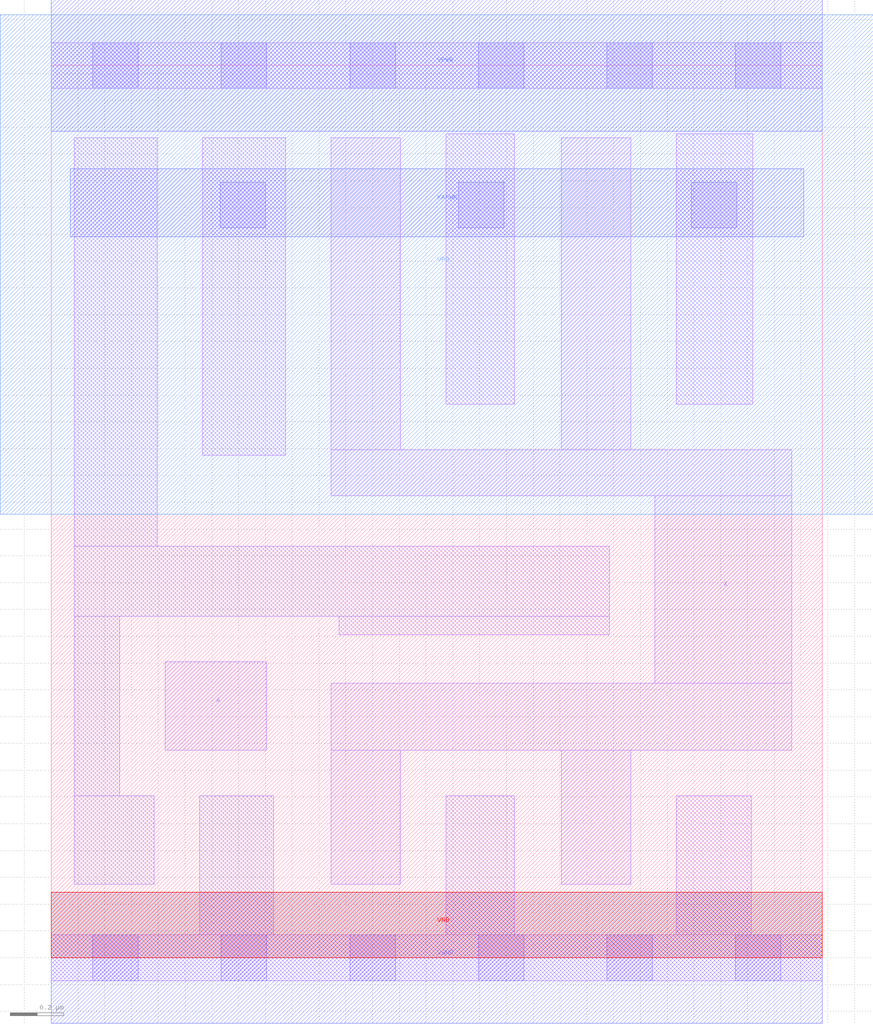
<source format=lef>
# Copyright 2020 The SkyWater PDK Authors
#
# Licensed under the Apache License, Version 2.0 (the "License");
# you may not use this file except in compliance with the License.
# You may obtain a copy of the License at
#
#     https://www.apache.org/licenses/LICENSE-2.0
#
# Unless required by applicable law or agreed to in writing, software
# distributed under the License is distributed on an "AS IS" BASIS,
# WITHOUT WARRANTIES OR CONDITIONS OF ANY KIND, either express or implied.
# See the License for the specific language governing permissions and
# limitations under the License.
#
# SPDX-License-Identifier: Apache-2.0

VERSION 5.7 ;
  NOWIREEXTENSIONATPIN ON ;
  DIVIDERCHAR "/" ;
  BUSBITCHARS "[]" ;
MACRO sky130_fd_sc_lp__bufkapwr_4
  CLASS CORE ;
  FOREIGN sky130_fd_sc_lp__bufkapwr_4 ;
  ORIGIN  0.000000  0.000000 ;
  SIZE  2.880000 BY  3.330000 ;
  SYMMETRY X Y ;
  SITE unit ;
  PIN A
    ANTENNAGATEAREA  0.252000 ;
    DIRECTION INPUT ;
    USE SIGNAL ;
    PORT
      LAYER li1 ;
        RECT 0.425000 0.775000 0.805000 1.105000 ;
    END
  END A
  PIN X
    ANTENNADIFFAREA  0.940800 ;
    DIRECTION OUTPUT ;
    USE SIGNAL ;
    PORT
      LAYER li1 ;
        RECT 1.045000 0.275000 1.305000 0.775000 ;
        RECT 1.045000 0.775000 2.765000 1.025000 ;
        RECT 1.045000 1.725000 2.765000 1.895000 ;
        RECT 1.045000 1.895000 1.305000 3.060000 ;
        RECT 1.905000 0.275000 2.165000 0.775000 ;
        RECT 1.905000 1.895000 2.165000 3.060000 ;
        RECT 2.255000 1.025000 2.765000 1.725000 ;
    END
  END X
  PIN KAPWR
    DIRECTION INOUT ;
    USE POWER ;
    PORT
      LAYER met1 ;
        RECT 0.070000 2.690000 2.810000 2.945000 ;
    END
  END KAPWR
  PIN VGND
    DIRECTION INOUT ;
    USE GROUND ;
    PORT
      LAYER met1 ;
        RECT 0.000000 -0.245000 2.880000 0.245000 ;
    END
  END VGND
  PIN VNB
    DIRECTION INOUT ;
    USE GROUND ;
    PORT
      LAYER pwell ;
        RECT 0.000000 0.000000 2.880000 0.245000 ;
    END
  END VNB
  PIN VPB
    DIRECTION INOUT ;
    USE POWER ;
    PORT
      LAYER nwell ;
        RECT -0.190000 1.655000 3.070000 3.520000 ;
    END
  END VPB
  PIN VPWR
    DIRECTION INOUT ;
    USE POWER ;
    PORT
      LAYER met1 ;
        RECT 0.000000 3.085000 2.880000 3.575000 ;
    END
  END VPWR
  OBS
    LAYER li1 ;
      RECT 0.000000 -0.085000 2.880000 0.085000 ;
      RECT 0.000000  3.245000 2.880000 3.415000 ;
      RECT 0.085000  0.275000 0.385000 0.605000 ;
      RECT 0.085000  0.605000 0.255000 1.275000 ;
      RECT 0.085000  1.275000 2.085000 1.535000 ;
      RECT 0.085000  1.535000 0.395000 3.060000 ;
      RECT 0.555000  0.085000 0.830000 0.605000 ;
      RECT 0.565000  1.875000 0.875000 3.060000 ;
      RECT 1.075000  1.205000 2.085000 1.275000 ;
      RECT 1.475000  0.085000 1.730000 0.605000 ;
      RECT 1.475000  2.065000 1.730000 3.075000 ;
      RECT 2.335000  0.085000 2.615000 0.605000 ;
      RECT 2.335000  2.065000 2.620000 3.075000 ;
    LAYER mcon ;
      RECT 0.155000 -0.085000 0.325000 0.085000 ;
      RECT 0.155000  3.245000 0.325000 3.415000 ;
      RECT 0.630000  2.725000 0.800000 2.895000 ;
      RECT 0.635000 -0.085000 0.805000 0.085000 ;
      RECT 0.635000  3.245000 0.805000 3.415000 ;
      RECT 1.115000 -0.085000 1.285000 0.085000 ;
      RECT 1.115000  3.245000 1.285000 3.415000 ;
      RECT 1.520000  2.725000 1.690000 2.895000 ;
      RECT 1.595000 -0.085000 1.765000 0.085000 ;
      RECT 1.595000  3.245000 1.765000 3.415000 ;
      RECT 2.075000 -0.085000 2.245000 0.085000 ;
      RECT 2.075000  3.245000 2.245000 3.415000 ;
      RECT 2.390000  2.725000 2.560000 2.895000 ;
      RECT 2.555000 -0.085000 2.725000 0.085000 ;
      RECT 2.555000  3.245000 2.725000 3.415000 ;
  END
END sky130_fd_sc_lp__bufkapwr_4
END LIBRARY

</source>
